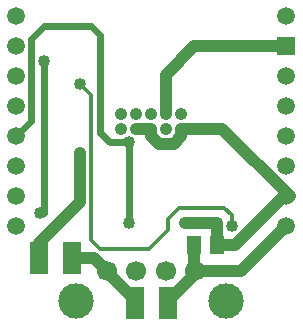
<source format=gbr>
G04 DipTrace 3.2.0.1*
G04 Bottom.gbr*
%MOMM*%
G04 #@! TF.FileFunction,Copper,L2,Bot*
G04 #@! TF.Part,Single*
G04 #@! TA.AperFunction,Conductor*
%ADD13C,0.6*%
%ADD14C,1.0*%
%ADD16C,0.33*%
%ADD18R,1.6X2.7*%
%ADD19R,1.3X1.5*%
G04 #@! TA.AperFunction,ComponentPad*
%ADD21C,1.5*%
%ADD22R,1.5X1.5*%
%ADD27C,1.05*%
%ADD28C,1.7*%
%ADD29C,3.0*%
G04 #@! TA.AperFunction,ViaPad*
%ADD32C,1.016*%
%FSLAX35Y35*%
G04*
G71*
G90*
G75*
G01*
G04 Bottom*
%LPD*%
X2396867Y2779407D2*
D14*
Y3112747D1*
X2635020Y3350900D1*
X3412867D1*
X1317467Y1557147D2*
Y1684133D1*
X1666680Y2033347D1*
Y2446053D1*
X2523867Y2652407D2*
X2873053D1*
X3444560Y2080900D1*
X3412867D1*
X2269867Y2652407D2*
Y2588913D1*
X2333360Y2525420D1*
X2460347D1*
X2523867Y2588940D1*
Y2652407D1*
X2142867D2*
X2269867D1*
X3412867Y2080900D2*
X3396807D1*
X2984167Y1668260D1*
X2824953D1*
X2555587Y1858740D2*
X2824953D1*
Y1668260D1*
X1597467Y1557147D2*
X1783753D1*
X1894867Y1446033D1*
Y1440073D1*
X2158753Y1176187D1*
X2129867D1*
X2079387Y2541293D2*
D13*
Y1858740D1*
Y2541293D2*
X1920653D1*
X1841287Y2620660D1*
Y3446073D1*
X1761920Y3525440D1*
X1365087D1*
X1253973Y3414327D1*
Y2716007D1*
X1126867Y2588900D1*
X2644867Y1446033D2*
D14*
X2634953Y1455947D1*
Y1668260D1*
X2644867Y1446033D2*
X3032000D1*
X3412867Y1826900D1*
X2644867Y1446033D2*
Y1424200D1*
X2396853Y1176187D1*
X2409867D1*
X1333340Y1938107D2*
D13*
X1365087D1*
Y3223847D1*
X1666680Y3033367D2*
D16*
X1761920Y2938127D1*
Y1715880D1*
X1841287Y1636513D1*
X2253993D1*
X2412727Y1795247D1*
Y1890487D1*
X2507967Y1985727D1*
X2888927D1*
X2952420Y1922233D1*
Y1826993D1*
D32*
X2079387Y1858740D3*
X1666680Y2446053D3*
X2079387Y2541293D3*
X1333340Y1938107D3*
X2555587Y1858740D3*
X1365087Y3223847D3*
X2952420Y1826993D3*
X1666680Y3033367D3*
D18*
X1317467Y1557147D3*
X1597467D3*
D19*
X2634953Y1668260D3*
X2824953D3*
D18*
X2409867Y1176187D3*
X2129867D3*
D21*
X3412867Y3604900D3*
D22*
Y3350900D3*
D21*
Y3096900D3*
Y2842900D3*
Y2588900D3*
Y2334900D3*
Y2080900D3*
Y1826900D3*
X1126867D3*
Y2080900D3*
Y2334900D3*
Y2588900D3*
Y2842900D3*
Y3096900D3*
Y3350900D3*
Y3604900D3*
D27*
X2269867Y2652407D3*
X2396867D3*
X2523867D3*
X2142867D3*
X2015867D3*
X2269867Y2779407D3*
X2396867D3*
X2523867D3*
X2142867D3*
X2015867D3*
D28*
X1894867Y1446034D3*
X2144867D3*
X2394867D3*
X2644867D3*
D29*
X1634867Y1192034D3*
X2904867D3*
M02*

</source>
